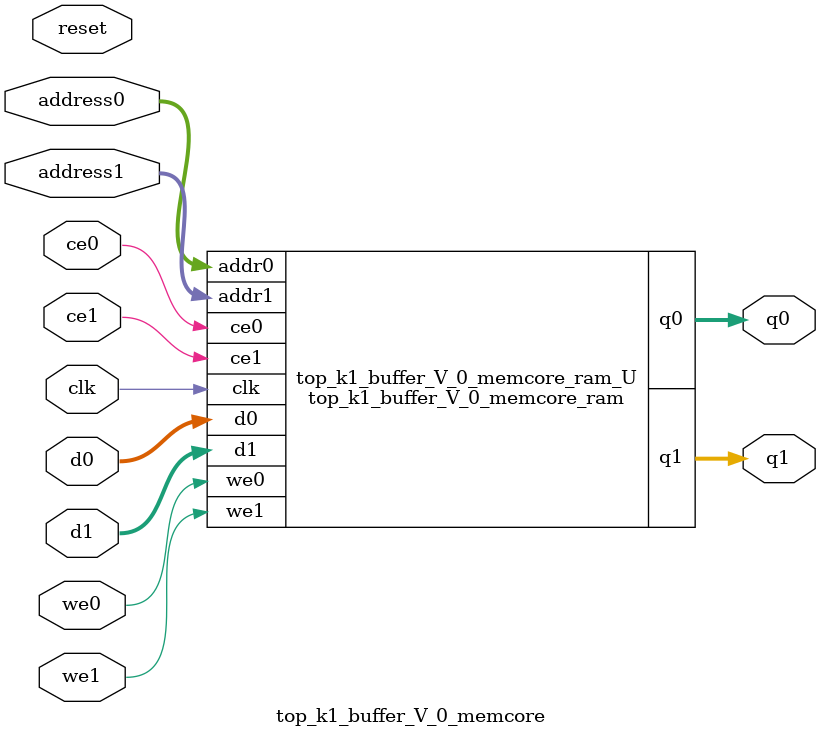
<source format=v>
`timescale 1 ns / 1 ps
module top_k1_buffer_V_0_memcore_ram (addr0, ce0, d0, we0, q0, addr1, ce1, d1, we1, q1,  clk);

parameter DWIDTH = 64;
parameter AWIDTH = 12;
parameter MEM_SIZE = 4096;

input[AWIDTH-1:0] addr0;
input ce0;
input[DWIDTH-1:0] d0;
input we0;
output reg[DWIDTH-1:0] q0;
input[AWIDTH-1:0] addr1;
input ce1;
input[DWIDTH-1:0] d1;
input we1;
output reg[DWIDTH-1:0] q1;
input clk;

reg [DWIDTH-1:0] ram[0:MEM_SIZE-1];




always @(posedge clk)  
begin 
    if (ce0) begin
        if (we0) 
            ram[addr0] <= d0; 
        q0 <= ram[addr0];
    end
end


always @(posedge clk)  
begin 
    if (ce1) begin
        if (we1) 
            ram[addr1] <= d1; 
        q1 <= ram[addr1];
    end
end


endmodule

`timescale 1 ns / 1 ps
module top_k1_buffer_V_0_memcore(
    reset,
    clk,
    address0,
    ce0,
    we0,
    d0,
    q0,
    address1,
    ce1,
    we1,
    d1,
    q1);

parameter DataWidth = 32'd64;
parameter AddressRange = 32'd4096;
parameter AddressWidth = 32'd12;
input reset;
input clk;
input[AddressWidth - 1:0] address0;
input ce0;
input we0;
input[DataWidth - 1:0] d0;
output[DataWidth - 1:0] q0;
input[AddressWidth - 1:0] address1;
input ce1;
input we1;
input[DataWidth - 1:0] d1;
output[DataWidth - 1:0] q1;



top_k1_buffer_V_0_memcore_ram top_k1_buffer_V_0_memcore_ram_U(
    .clk( clk ),
    .addr0( address0 ),
    .ce0( ce0 ),
    .we0( we0 ),
    .d0( d0 ),
    .q0( q0 ),
    .addr1( address1 ),
    .ce1( ce1 ),
    .we1( we1 ),
    .d1( d1 ),
    .q1( q1 ));

endmodule


</source>
